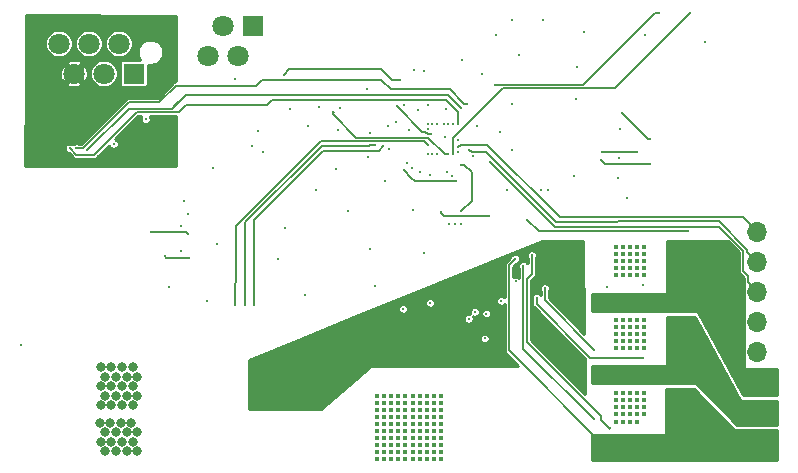
<source format=gbr>
G04 #@! TF.GenerationSoftware,KiCad,Pcbnew,5.1.5-52549c5~84~ubuntu18.04.1*
G04 #@! TF.CreationDate,2020-04-16T13:53:27+02:00*
G04 #@! TF.ProjectId,board,626f6172-642e-46b6-9963-61645f706362,rev?*
G04 #@! TF.SameCoordinates,Original*
G04 #@! TF.FileFunction,Copper,L3,Inr*
G04 #@! TF.FilePolarity,Positive*
%FSLAX46Y46*%
G04 Gerber Fmt 4.6, Leading zero omitted, Abs format (unit mm)*
G04 Created by KiCad (PCBNEW 5.1.5-52549c5~84~ubuntu18.04.1) date 2020-04-16 13:53:27*
%MOMM*%
%LPD*%
G04 APERTURE LIST*
%ADD10O,1.700000X1.700000*%
%ADD11R,1.700000X1.700000*%
%ADD12C,1.800000*%
%ADD13R,1.800000X1.800000*%
%ADD14C,0.400000*%
%ADD15C,0.290000*%
%ADD16C,0.254000*%
%ADD17C,0.800000*%
%ADD18C,0.152400*%
%ADD19C,0.254000*%
G04 APERTURE END LIST*
D10*
X156000000Y-119329200D03*
X156000000Y-121869200D03*
X156000000Y-124409200D03*
X156000000Y-126949200D03*
X156000000Y-129489200D03*
X156000000Y-132029200D03*
X156000000Y-134569200D03*
D11*
X156000000Y-137109200D03*
D12*
X96860000Y-103390000D03*
X98130000Y-105930000D03*
D13*
X103210000Y-105930000D03*
D12*
X101940000Y-103390000D03*
X100670000Y-105930000D03*
X99400000Y-103390000D03*
D13*
X113325000Y-101930000D03*
D12*
X112055000Y-104470000D03*
X110785000Y-101930000D03*
X109515000Y-104470000D03*
D14*
X129100000Y-127200000D03*
X128500000Y-127800000D03*
X124910000Y-127210000D03*
X126700000Y-127800000D03*
X129100000Y-129000000D03*
X129100000Y-127800000D03*
X128500000Y-127200000D03*
X124900000Y-129000000D03*
X126700000Y-128400000D03*
X126100000Y-127200000D03*
X126100000Y-129000000D03*
X124300000Y-127800000D03*
X126100000Y-128400000D03*
X126700000Y-127200000D03*
X123700000Y-127800000D03*
X126100000Y-127800000D03*
X127900000Y-127200000D03*
X124900000Y-127800000D03*
X127310000Y-127210000D03*
X124300000Y-128400000D03*
X127900000Y-129000000D03*
X127300000Y-127800000D03*
X123700000Y-128400000D03*
X125500000Y-129000000D03*
X125500000Y-127200000D03*
X123700000Y-127200000D03*
X124300000Y-129000000D03*
X127900000Y-127800000D03*
X127300000Y-129000000D03*
X125500000Y-128400000D03*
X128500000Y-128400000D03*
X128500000Y-129000000D03*
X123700000Y-129000000D03*
X124900000Y-128400000D03*
X129100000Y-128400000D03*
X127300000Y-128400000D03*
X127900000Y-128400000D03*
X125500000Y-127800000D03*
X126700000Y-129000000D03*
X124300000Y-127200000D03*
D15*
X141300000Y-102400000D03*
D16*
X141000000Y-120600000D03*
D15*
X117700000Y-124650000D03*
X123600000Y-123900000D03*
X127748000Y-121100000D03*
X129890000Y-118690000D03*
X133750000Y-106885000D03*
X111740000Y-106360000D03*
X115880000Y-106040000D03*
X125700000Y-106510000D03*
X136500000Y-118300000D03*
X133300000Y-118000000D03*
X104200000Y-109800000D03*
X134760000Y-115790000D03*
X130241169Y-110188832D03*
X126057511Y-114137511D03*
X130450000Y-115060000D03*
X128090000Y-108620000D03*
X129200000Y-117696400D03*
D16*
X150110013Y-119267519D03*
D15*
X129655000Y-108965000D03*
X128078831Y-110188831D03*
X147700000Y-100800000D03*
X126000000Y-125850000D03*
X130380000Y-118690000D03*
D16*
X143300000Y-124000000D03*
D15*
X131550000Y-126710000D03*
D16*
X146300000Y-123800000D03*
D15*
X133060000Y-126250000D03*
X137300000Y-124900000D03*
D16*
X146300000Y-130000000D03*
X142200000Y-129300000D03*
D15*
X138000000Y-124100000D03*
X136180000Y-122220000D03*
D16*
X142130025Y-135169975D03*
D15*
X136900000Y-121300000D03*
D16*
X143494805Y-135966469D03*
D14*
X126800000Y-136800000D03*
X128000000Y-136800000D03*
X124400000Y-137400000D03*
X128000000Y-136200000D03*
X126200000Y-136200000D03*
X125000000Y-136200000D03*
X124400000Y-136800000D03*
X128000000Y-137400000D03*
X128600000Y-137400000D03*
X126200000Y-136800000D03*
X125010000Y-135610000D03*
X128600000Y-136800000D03*
X124400000Y-136200000D03*
X127400000Y-136800000D03*
X125600000Y-135600000D03*
X126800000Y-137400000D03*
X125000000Y-136800000D03*
X129200000Y-135600000D03*
X126800000Y-135600000D03*
X126200000Y-137400000D03*
X123800000Y-137400000D03*
X128000000Y-135600000D03*
X128600000Y-135600000D03*
X123800000Y-135600000D03*
X128600000Y-136200000D03*
X126200000Y-135600000D03*
X127410000Y-135610000D03*
X127400000Y-136200000D03*
X129200000Y-136800000D03*
X123800000Y-136800000D03*
X125600000Y-137400000D03*
X125600000Y-136200000D03*
X123800000Y-136200000D03*
X125000000Y-137400000D03*
X127400000Y-137400000D03*
X125600000Y-136800000D03*
X124400000Y-135600000D03*
X126800000Y-136200000D03*
X129200000Y-137400000D03*
X129200000Y-136200000D03*
X129200000Y-138600000D03*
X128600000Y-138000000D03*
X123800000Y-138600000D03*
X124400000Y-138000000D03*
X126800000Y-138000000D03*
X125600000Y-138000000D03*
X128000000Y-138600000D03*
X123800000Y-138000000D03*
X126200000Y-138600000D03*
X126800000Y-138600000D03*
X128600000Y-138600000D03*
X125600000Y-138600000D03*
X125000000Y-138600000D03*
X126200000Y-138000000D03*
X128000000Y-138000000D03*
X125000000Y-138000000D03*
X127400000Y-138600000D03*
X129200000Y-138000000D03*
X127400000Y-138000000D03*
X124400000Y-138600000D03*
X126800000Y-134400000D03*
X128000000Y-134400000D03*
X124400000Y-135000000D03*
X128000000Y-133800000D03*
X126200000Y-133800000D03*
X125000000Y-133800000D03*
X124400000Y-134400000D03*
X128000000Y-135000000D03*
X128600000Y-135000000D03*
X126200000Y-134400000D03*
X125010000Y-133210000D03*
X128600000Y-134400000D03*
X124400000Y-133800000D03*
X127400000Y-134400000D03*
X125600000Y-133200000D03*
X126800000Y-135000000D03*
X125000000Y-134400000D03*
X129200000Y-133200000D03*
X126800000Y-133200000D03*
X126200000Y-135000000D03*
X123800000Y-135000000D03*
X128000000Y-133200000D03*
X128600000Y-133200000D03*
X123800000Y-133200000D03*
X128600000Y-133800000D03*
X126200000Y-133200000D03*
X127410000Y-133210000D03*
X127400000Y-133800000D03*
X129200000Y-134400000D03*
X123800000Y-134400000D03*
X125600000Y-135000000D03*
X125600000Y-133800000D03*
X123800000Y-133800000D03*
X125000000Y-135000000D03*
X127400000Y-135000000D03*
X125600000Y-134400000D03*
X124400000Y-133200000D03*
X126800000Y-133800000D03*
X129200000Y-135000000D03*
X129200000Y-133800000D03*
X146400000Y-127400000D03*
X144600000Y-127400000D03*
X144600000Y-128600000D03*
X144600000Y-128000000D03*
X146400000Y-129200000D03*
X145800000Y-129200000D03*
X145200000Y-126800000D03*
X145800000Y-126800000D03*
X145800000Y-128000000D03*
X145200000Y-129200000D03*
X145200000Y-127400000D03*
X144600000Y-126800000D03*
X145800000Y-127400000D03*
X145800000Y-128600000D03*
X145200000Y-128600000D03*
X145200000Y-128000000D03*
X146400000Y-126800000D03*
X146400000Y-128000000D03*
X144600000Y-129200000D03*
X146400000Y-128600000D03*
X146400000Y-133600000D03*
X144600000Y-133600000D03*
X144600000Y-134800000D03*
X144600000Y-134200000D03*
X145800000Y-135400000D03*
X145200000Y-133000000D03*
X145800000Y-133000000D03*
X145800000Y-134200000D03*
X145200000Y-135400000D03*
X145200000Y-133600000D03*
X144600000Y-133000000D03*
X145800000Y-133600000D03*
X145800000Y-134800000D03*
X145200000Y-134800000D03*
X145200000Y-134200000D03*
X146400000Y-133000000D03*
X146400000Y-134200000D03*
X144600000Y-135400000D03*
X146400000Y-134800000D03*
X144000000Y-128000000D03*
X144000000Y-129200000D03*
X144000000Y-126800000D03*
X144000000Y-128600000D03*
X144000000Y-127400000D03*
X144000000Y-121200000D03*
X144000000Y-122400000D03*
X144000000Y-121800000D03*
X144000000Y-120600000D03*
X144000000Y-123000000D03*
X144000000Y-134800000D03*
X144000000Y-133600000D03*
X144000000Y-135400000D03*
X144000000Y-133000000D03*
X144000000Y-134200000D03*
X146400000Y-121200000D03*
X146400000Y-121800000D03*
X146400000Y-122400000D03*
X146400000Y-123000000D03*
X145800000Y-123000000D03*
X145800000Y-122400000D03*
X145800000Y-121800000D03*
X145800000Y-121200000D03*
X145800000Y-120600000D03*
X145200000Y-120600000D03*
X145200000Y-121200000D03*
X145200000Y-121800000D03*
X145200000Y-122400000D03*
X145200000Y-123000000D03*
X144600000Y-123000000D03*
X144600000Y-120600000D03*
X144600000Y-121800000D03*
X144600000Y-121200000D03*
X144600000Y-122400000D03*
D17*
X100300000Y-135500000D03*
X101200000Y-135500000D03*
X102100000Y-135500000D03*
X103000000Y-135500000D03*
X100800000Y-136300000D03*
X101700000Y-136300000D03*
X102600000Y-136300000D03*
X103500000Y-136300000D03*
X100400000Y-137100000D03*
X101300000Y-137100000D03*
X102200000Y-137100000D03*
X103100000Y-137100000D03*
X100800000Y-137900000D03*
X101700000Y-137900000D03*
X102600000Y-137900000D03*
X103500000Y-137900000D03*
D14*
X146400000Y-120600000D03*
D15*
X133860000Y-102690000D03*
X135200000Y-108500000D03*
X134200000Y-110900000D03*
X135200000Y-112400000D03*
X140700000Y-105400000D03*
X134300000Y-125167399D03*
X132900000Y-128360000D03*
X128290000Y-125350000D03*
X145000000Y-116500000D03*
X126800000Y-117500000D03*
X137812500Y-101400000D03*
X135200000Y-101400000D03*
X107800000Y-117850000D03*
X113700000Y-110800000D03*
X124510000Y-115040000D03*
X121370000Y-117590000D03*
X140680000Y-108090000D03*
X132720000Y-105960000D03*
X129550000Y-111270000D03*
X124740000Y-110340000D03*
D16*
X93610000Y-128920000D03*
D15*
X120320000Y-113980000D03*
X116000000Y-119050000D03*
X126050000Y-108610000D03*
X126480000Y-110710000D03*
X131610000Y-112370000D03*
X130641169Y-112188831D03*
X133330000Y-113390000D03*
X107200000Y-118800000D03*
X107200000Y-120975000D03*
X144200000Y-114800000D03*
X140500000Y-114600000D03*
X135800000Y-104400000D03*
X151600000Y-103300000D03*
X122960000Y-107250000D03*
X106180000Y-124020000D03*
X146500000Y-102700000D03*
X107460000Y-116760000D03*
X144316448Y-113113552D03*
X144400000Y-110600000D03*
D14*
X149100000Y-124700000D03*
X149700000Y-125900000D03*
X149700000Y-124700000D03*
X149100000Y-125900000D03*
X149100000Y-125300000D03*
X149700000Y-125300000D03*
X150300000Y-125300000D03*
X150300000Y-125900000D03*
X150300000Y-124700000D03*
X151000000Y-124700000D03*
X151600000Y-125900000D03*
X151600000Y-124700000D03*
X151000000Y-125900000D03*
X151000000Y-125300000D03*
X151600000Y-125300000D03*
X152200000Y-125300000D03*
X152200000Y-125900000D03*
X152200000Y-124700000D03*
X151600000Y-122900000D03*
X152200000Y-124100000D03*
X152200000Y-122900000D03*
X151600000Y-124100000D03*
X151600000Y-123500000D03*
X152200000Y-123500000D03*
X152800000Y-123500000D03*
X152800000Y-124100000D03*
X152800000Y-122900000D03*
X152200000Y-126500000D03*
X152800000Y-127700000D03*
X152800000Y-126500000D03*
X152200000Y-127700000D03*
X152200000Y-127100000D03*
X152800000Y-127100000D03*
X153400000Y-127100000D03*
X153400000Y-127700000D03*
X153400000Y-126500000D03*
X152800000Y-124700000D03*
X153400000Y-125900000D03*
X153400000Y-124700000D03*
X152800000Y-125900000D03*
X152800000Y-125300000D03*
X153400000Y-125300000D03*
X154000000Y-125300000D03*
X154000000Y-125900000D03*
X154000000Y-124700000D03*
X151600000Y-121100000D03*
X152200000Y-121700000D03*
X152200000Y-122300000D03*
X152200000Y-121100000D03*
X151600000Y-122300000D03*
X152800000Y-122300000D03*
X152800000Y-121100000D03*
X151600000Y-121700000D03*
X152800000Y-121700000D03*
X153400000Y-122900000D03*
X154000000Y-124100000D03*
X153400000Y-124100000D03*
X153400000Y-123500000D03*
X153400000Y-121100000D03*
X153400000Y-122300000D03*
X153400000Y-121700000D03*
X154000000Y-126500000D03*
X154000000Y-127700000D03*
X154000000Y-127100000D03*
X151600000Y-126500000D03*
X152800000Y-128300000D03*
X153400000Y-128300000D03*
X154000000Y-128300000D03*
X152800000Y-128900000D03*
X153400000Y-128900000D03*
X154000000Y-128900000D03*
X154000000Y-129500000D03*
X153400000Y-129500000D03*
X154000000Y-130100000D03*
X153400000Y-130100000D03*
X154000000Y-130700000D03*
X154000000Y-131300000D03*
X144310000Y-124710000D03*
X144900000Y-125900000D03*
X144900000Y-125300000D03*
X145500000Y-124700000D03*
X144300000Y-125900000D03*
X144300000Y-125300000D03*
X145500000Y-125900000D03*
X146100000Y-124700000D03*
X144900000Y-124700000D03*
X146100000Y-125900000D03*
X145500000Y-125300000D03*
X146100000Y-125300000D03*
X146710000Y-124710000D03*
X147300000Y-125900000D03*
X147300000Y-125300000D03*
X147900000Y-124700000D03*
X146700000Y-125900000D03*
X146700000Y-125300000D03*
X147900000Y-125900000D03*
X148500000Y-124700000D03*
X147300000Y-124700000D03*
X148500000Y-125900000D03*
X147900000Y-125300000D03*
X148500000Y-125300000D03*
D15*
X132070000Y-126100000D03*
D16*
X143110000Y-126060000D03*
D14*
X149600000Y-132000000D03*
X150200000Y-130800000D03*
X149600000Y-130800000D03*
X150200000Y-132000000D03*
X149600000Y-131400000D03*
X150200000Y-131400000D03*
X152600000Y-132000000D03*
X152600000Y-131400000D03*
X152000000Y-132000000D03*
X152000000Y-131400000D03*
X152600000Y-130800000D03*
X152000000Y-130800000D03*
X150800000Y-132000000D03*
X151400000Y-130800000D03*
X150800000Y-130800000D03*
X151400000Y-132000000D03*
X150800000Y-131400000D03*
X151400000Y-131400000D03*
X152000000Y-130200000D03*
X152000000Y-129600000D03*
X151400000Y-129000000D03*
X151400000Y-129600000D03*
X151400000Y-130200000D03*
X152600000Y-133200000D03*
X153200000Y-133200000D03*
X152600000Y-132600000D03*
X153200000Y-132600000D03*
X153200000Y-132000000D03*
X152000000Y-132600000D03*
X153800000Y-134400000D03*
X153200000Y-134400000D03*
X153800000Y-133800000D03*
X153200000Y-133800000D03*
X153800000Y-133200000D03*
X143600000Y-132000000D03*
X143600000Y-131400000D03*
X148400000Y-130800000D03*
X148400000Y-132000000D03*
X149000000Y-130800000D03*
X143600000Y-130800000D03*
X149000000Y-132000000D03*
X148400000Y-131400000D03*
X149000000Y-131400000D03*
X143100000Y-131400000D03*
X143100000Y-132000000D03*
D15*
X135548036Y-123532076D03*
D14*
X143110000Y-130810000D03*
X149100000Y-137900000D03*
X150300000Y-137900000D03*
X149100000Y-138500000D03*
X148500000Y-137300000D03*
X149700000Y-138500000D03*
X149700000Y-137300000D03*
X150900000Y-137300000D03*
X151500000Y-138500000D03*
X149100000Y-136700000D03*
X149710000Y-136710000D03*
X151500000Y-137300000D03*
X148500000Y-138500000D03*
X149700000Y-137900000D03*
X148500000Y-137900000D03*
X150300000Y-138500000D03*
X151500000Y-137900000D03*
X150900000Y-136700000D03*
X150900000Y-137900000D03*
X151500000Y-136700000D03*
X150900000Y-138500000D03*
X149100000Y-137300000D03*
X150300000Y-136700000D03*
X148500000Y-136700000D03*
X150300000Y-137300000D03*
X152110000Y-136710000D03*
X153900000Y-137300000D03*
X152100000Y-138500000D03*
X153900000Y-137900000D03*
X153300000Y-136700000D03*
X153300000Y-138500000D03*
X153300000Y-137900000D03*
X153900000Y-136700000D03*
X153300000Y-137300000D03*
X152100000Y-137300000D03*
X152700000Y-138500000D03*
X152700000Y-136700000D03*
X152700000Y-137900000D03*
X152100000Y-137900000D03*
X152700000Y-137300000D03*
X153900000Y-138500000D03*
X153300000Y-136100000D03*
X151500000Y-136100000D03*
X151500000Y-135500000D03*
X152700000Y-135500000D03*
X152110000Y-135510000D03*
X152100000Y-136100000D03*
X152700000Y-136100000D03*
X151500000Y-134900000D03*
X152110000Y-134910000D03*
X151500000Y-134300000D03*
X143610000Y-136710000D03*
X144200000Y-137900000D03*
X144200000Y-137300000D03*
X144800000Y-136700000D03*
X143600000Y-137900000D03*
X143600000Y-137300000D03*
X144800000Y-137900000D03*
X145400000Y-136700000D03*
X144200000Y-136700000D03*
X145400000Y-137900000D03*
X144800000Y-137300000D03*
X145400000Y-137300000D03*
X143600000Y-138500000D03*
X145400000Y-138500000D03*
X144800000Y-138500000D03*
X144200000Y-138500000D03*
X146000000Y-137900000D03*
X147800000Y-137900000D03*
X147800000Y-138500000D03*
X147200000Y-137300000D03*
X147800000Y-136700000D03*
X146600000Y-136700000D03*
X146010000Y-136710000D03*
X147200000Y-138500000D03*
X146000000Y-137300000D03*
X147200000Y-137900000D03*
X146000000Y-138500000D03*
X146600000Y-138500000D03*
X146600000Y-137300000D03*
X147800000Y-137300000D03*
X147200000Y-136700000D03*
X146600000Y-137900000D03*
D15*
X135500000Y-121608700D03*
D14*
X143040000Y-138210000D03*
D15*
X102950000Y-107640000D03*
X102270000Y-107670000D03*
X103690000Y-107560000D03*
X104390000Y-107420000D03*
X104940000Y-106980000D03*
X105300000Y-106350000D03*
X105500000Y-105660000D03*
X145785000Y-112600000D03*
X142817600Y-112590000D03*
X142762409Y-113295191D03*
X146915000Y-113600000D03*
X105820000Y-121420000D03*
X107910000Y-121529400D03*
X146915000Y-111500000D03*
X144500000Y-109300000D03*
X109370000Y-125170000D03*
X130641168Y-111551169D03*
X115450000Y-121670000D03*
X138270000Y-115830000D03*
X110245000Y-120325000D03*
X137660000Y-115820000D03*
X123200000Y-120750000D03*
X130910000Y-118670000D03*
X101500000Y-111900000D03*
X109900000Y-113900000D03*
X114110000Y-112540000D03*
X126300000Y-113500000D03*
X113250000Y-112100000D03*
X124840000Y-112340000D03*
D17*
X100800000Y-133200000D03*
X101700000Y-133200000D03*
X102600000Y-133200000D03*
X103500000Y-133200000D03*
X100400000Y-130800000D03*
X101300000Y-130800000D03*
X102200000Y-130800000D03*
X103100000Y-130800000D03*
X100800000Y-131600000D03*
X101700000Y-131600000D03*
X102600000Y-131600000D03*
X103500000Y-131600000D03*
X100400000Y-132400000D03*
X101300000Y-132400000D03*
X102200000Y-132400000D03*
X103100000Y-132400000D03*
X100400000Y-134000000D03*
X101300000Y-134000000D03*
X102200000Y-134000000D03*
X103100000Y-134000000D03*
D15*
X131450000Y-108470000D03*
X98330000Y-112240000D03*
X104690000Y-119340000D03*
X107830000Y-119540000D03*
X128078831Y-112751168D03*
X126743959Y-113953959D03*
X128478831Y-112751168D03*
X127458552Y-114268552D03*
X128878831Y-112751168D03*
X128260000Y-114540000D03*
X126900000Y-105600000D03*
X131000000Y-104800000D03*
X125400000Y-110000000D03*
X132300000Y-110400000D03*
X118880000Y-108800000D03*
X130170000Y-114630000D03*
X120070000Y-109170000D03*
X129841168Y-112751169D03*
X120670000Y-108810000D03*
X129760000Y-114310000D03*
X118650000Y-115810000D03*
X129841168Y-110188831D03*
X127300000Y-109000000D03*
X116400000Y-108930000D03*
X128878831Y-110188831D03*
X127810000Y-105680000D03*
X97770000Y-112270000D03*
X130641169Y-110188832D03*
X130940000Y-108880000D03*
X99220000Y-112444400D03*
X113400000Y-125500000D03*
X124330000Y-112080000D03*
X112600000Y-125500000D03*
X123600000Y-112024400D03*
X111800000Y-125500000D03*
X128078831Y-111951169D03*
X120530000Y-110710000D03*
X117950000Y-110400000D03*
X128078831Y-110588831D03*
X129441169Y-110188831D03*
X123230000Y-110940000D03*
X123000000Y-113001600D03*
X128478831Y-110188832D03*
X128361807Y-111070000D03*
X125470000Y-108644400D03*
X130641169Y-112588832D03*
X131900000Y-112925599D03*
X150300000Y-100800000D03*
X130241168Y-112751169D03*
X130910000Y-113650000D03*
X130900000Y-117600000D03*
D18*
X129500000Y-118000000D02*
X133300000Y-118000000D01*
X129200000Y-117700000D02*
X129500000Y-118000000D01*
X133750000Y-106885000D02*
X141215000Y-106885000D01*
X141215000Y-106885000D02*
X147300000Y-100800000D01*
X136500000Y-118300000D02*
X137500000Y-119300000D01*
X147300000Y-100800000D02*
X147700000Y-100800000D01*
X125700000Y-106510000D02*
X125040000Y-106510000D01*
X125040000Y-106510000D02*
X124110000Y-105580000D01*
X116340000Y-105580000D02*
X115880000Y-106040000D01*
X124110000Y-105580000D02*
X116340000Y-105580000D01*
X126980000Y-115060000D02*
X130450000Y-115060000D01*
X126057511Y-114137511D02*
X126700000Y-114780000D01*
X126700000Y-114780000D02*
X126980000Y-115060000D01*
X150120000Y-119277506D02*
X150110013Y-119267519D01*
X150120000Y-119300000D02*
X150120000Y-119277506D01*
X137500000Y-119300000D02*
X150120000Y-119300000D01*
X137300000Y-124900000D02*
X137300000Y-125465685D01*
X141834315Y-130000000D02*
X141600000Y-129765685D01*
X137300000Y-125465685D02*
X141600000Y-129765685D01*
X146300000Y-130000000D02*
X141834315Y-130000000D01*
X141600000Y-129765685D02*
X141775616Y-129941301D01*
X138000000Y-125100000D02*
X142200000Y-129300000D01*
X138000000Y-124100000D02*
X138000000Y-125100000D01*
X136180000Y-128780000D02*
X136180000Y-122220000D01*
X136180000Y-128780000D02*
X136180000Y-129219950D01*
X136180000Y-129219950D02*
X142130025Y-135169975D01*
X136900000Y-121300000D02*
X136900000Y-122900000D01*
X136900000Y-122900000D02*
X136510210Y-123289790D01*
X136510210Y-123289790D02*
X136510210Y-128643224D01*
X136510210Y-128643224D02*
X142166986Y-134300000D01*
X143500000Y-136000000D02*
X142771326Y-135271326D01*
X142771326Y-135271326D02*
X142771326Y-134900000D01*
X142166986Y-134300000D02*
X142771326Y-134900000D01*
X131610000Y-112370000D02*
X131809999Y-112569999D01*
X155390800Y-121260000D02*
X156000000Y-121869200D01*
X131809999Y-112569999D02*
X132799999Y-112569999D01*
X133036289Y-112569999D02*
X138936290Y-118470000D01*
X132799999Y-112569999D02*
X133036289Y-112569999D01*
X155150001Y-120897869D02*
X152712132Y-118460000D01*
X152712132Y-118460000D02*
X149400000Y-118460000D01*
X155150001Y-121019201D02*
X155150001Y-120897869D01*
X156000000Y-121869200D02*
X155150001Y-121019201D01*
X138936290Y-118470000D02*
X149400000Y-118460000D01*
X139270000Y-118100000D02*
X154770800Y-118100000D01*
X133111399Y-111941399D02*
X139270000Y-118100000D01*
X155250800Y-118580000D02*
X156000000Y-119329200D01*
X154770800Y-118100000D02*
X155250800Y-118580000D01*
X130888601Y-111941399D02*
X133111399Y-111941399D01*
X130641169Y-112188831D02*
X130888601Y-111941399D01*
X133330000Y-113390000D02*
X138810000Y-118870000D01*
X138810000Y-118870000D02*
X138820000Y-118870000D01*
X138870000Y-118920000D02*
X139410000Y-118920000D01*
X138820000Y-118870000D02*
X138870000Y-118920000D01*
X155165400Y-123574600D02*
X155165400Y-123105400D01*
X155165400Y-123105400D02*
X154750000Y-122690000D01*
X155165400Y-123574600D02*
X156000000Y-124409200D01*
X152731066Y-118910000D02*
X152650000Y-118910000D01*
X154750000Y-120928934D02*
X152731066Y-118910000D01*
X154750000Y-122690000D02*
X154750000Y-120928934D01*
X139410000Y-118920000D02*
X152650000Y-118910000D01*
X143040000Y-137440000D02*
X143040000Y-138210000D01*
X134980000Y-129380000D02*
X143040000Y-137440000D01*
X135246435Y-121863565D02*
X134980000Y-122130000D01*
X135246435Y-121862265D02*
X135246435Y-121863565D01*
X134980000Y-122130000D02*
X134980000Y-129380000D01*
X135500000Y-121608700D02*
X135246435Y-121862265D01*
X142827600Y-112600000D02*
X142817600Y-112590000D01*
X145785000Y-112600000D02*
X142827600Y-112600000D01*
X143067218Y-113600000D02*
X142762409Y-113295191D01*
X146915000Y-113600000D02*
X143067218Y-113600000D01*
X105929400Y-121529400D02*
X105820000Y-121420000D01*
X107910000Y-121529400D02*
X105929400Y-121529400D01*
X146915000Y-111500000D02*
X146700000Y-111500000D01*
X146700000Y-111500000D02*
X144500000Y-109300000D01*
X131167158Y-108470000D02*
X131450000Y-108470000D01*
X129967158Y-107270000D02*
X131167158Y-108470000D01*
X124940000Y-107270000D02*
X129967158Y-107270000D01*
X124138601Y-106468601D02*
X124940000Y-107270000D01*
X113540000Y-106950000D02*
X114021399Y-106468601D01*
X98360000Y-112270000D02*
X98860000Y-112270000D01*
X98330000Y-112240000D02*
X98360000Y-112270000D01*
X114021399Y-106468601D02*
X124138601Y-106468601D01*
X102770000Y-108360000D02*
X105360000Y-108360000D01*
X106771601Y-106948399D02*
X113540000Y-106948399D01*
X113540000Y-106948399D02*
X113540000Y-106950000D01*
X98860000Y-112270000D02*
X102770000Y-108360000D01*
X105360000Y-108360000D02*
X106771601Y-106948399D01*
X104690000Y-119340000D02*
X107630000Y-119340000D01*
X107630000Y-119340000D02*
X107830000Y-119540000D01*
X120070000Y-109170000D02*
X120138601Y-109238601D01*
X129636108Y-112751169D02*
X129841168Y-112751169D01*
X129527638Y-112751169D02*
X129636108Y-112751169D01*
X128136469Y-111360000D02*
X129527638Y-112751169D01*
X122054940Y-111360000D02*
X128136469Y-111360000D01*
X120070000Y-109375060D02*
X122054940Y-111360000D01*
X120070000Y-109170000D02*
X120070000Y-109375060D01*
X114472410Y-108610000D02*
X114892410Y-108190000D01*
X99840000Y-112800000D02*
X103440000Y-109200000D01*
X114892410Y-108190000D02*
X129600000Y-108190000D01*
X107050000Y-109200000D02*
X107640000Y-108610000D01*
X98300000Y-112800000D02*
X99840000Y-112800000D01*
X97770000Y-112270000D02*
X98300000Y-112800000D01*
X103440000Y-109200000D02*
X107050000Y-109200000D01*
X107640000Y-108610000D02*
X114472410Y-108610000D01*
X129600000Y-108190000D02*
X129615670Y-108190000D01*
X130641169Y-109215499D02*
X130641169Y-110188832D01*
X129615670Y-108190000D02*
X130641169Y-109215499D01*
X130940000Y-108880000D02*
X130740001Y-108680001D01*
X107580000Y-107720000D02*
X106560000Y-108740000D01*
X106404810Y-108895190D02*
X107580000Y-107720000D01*
X102769210Y-108895190D02*
X106404810Y-108895190D01*
X99220000Y-112444400D02*
X102769210Y-108895190D01*
X129780000Y-107720000D02*
X130940000Y-108880000D01*
X107580000Y-107720000D02*
X129780000Y-107720000D01*
X113400000Y-118320000D02*
X119260001Y-112459999D01*
X113400000Y-125500000D02*
X113400000Y-118320000D01*
X123950001Y-112459999D02*
X124330000Y-112080000D01*
X123529999Y-112459999D02*
X123950001Y-112459999D01*
X119260001Y-112459999D02*
X123529999Y-112459999D01*
X119100000Y-112040000D02*
X112600000Y-118540000D01*
X112600000Y-118540000D02*
X112600000Y-125500000D01*
X123135600Y-112024400D02*
X123600000Y-112024400D01*
X123120000Y-112040000D02*
X123135600Y-112024400D01*
X123120000Y-112040000D02*
X119100000Y-112040000D01*
X127787662Y-111660000D02*
X128078831Y-111951169D01*
X111830000Y-118870000D02*
X119040000Y-111660000D01*
X111830000Y-122270000D02*
X111830000Y-118870000D01*
X111800000Y-125500000D02*
X111800000Y-125217158D01*
X119040000Y-111660000D02*
X127787662Y-111660000D01*
X111800000Y-125217158D02*
X111830000Y-122270000D01*
X125470000Y-108704330D02*
X125470000Y-108644400D01*
X128182202Y-111070000D02*
X128361807Y-111070000D01*
X128071302Y-111070000D02*
X128182202Y-111070000D01*
X127642835Y-110877165D02*
X127878467Y-110877165D01*
X127878467Y-110877165D02*
X128071302Y-111070000D01*
X127642835Y-110877165D02*
X125470000Y-108704330D01*
X150100001Y-100999999D02*
X150300000Y-100800000D01*
X134476237Y-107189810D02*
X143910190Y-107189810D01*
X130241168Y-111424879D02*
X134476237Y-107189810D01*
X143910190Y-107189810D02*
X150100001Y-100999999D01*
X130241168Y-112751169D02*
X130241168Y-111424879D01*
X131800000Y-114257158D02*
X131192842Y-113650000D01*
X131192842Y-113650000D02*
X130910000Y-113650000D01*
X131800000Y-116700000D02*
X131800000Y-114257158D01*
X130900000Y-117600000D02*
X131800000Y-116700000D01*
D19*
G36*
X106773000Y-101026828D02*
G01*
X106773000Y-106591218D01*
X106771600Y-106591080D01*
X106754147Y-106592799D01*
X106754138Y-106592799D01*
X106701891Y-106597945D01*
X106634861Y-106618278D01*
X106573085Y-106651298D01*
X106573083Y-106651299D01*
X106573084Y-106651299D01*
X106532501Y-106684604D01*
X106532496Y-106684609D01*
X106518938Y-106695736D01*
X106507811Y-106709294D01*
X105212707Y-108004400D01*
X102787455Y-108004400D01*
X102769999Y-108002681D01*
X102752544Y-108004400D01*
X102752537Y-108004400D01*
X102707187Y-108008867D01*
X102700289Y-108009546D01*
X102671102Y-108018400D01*
X102633260Y-108029879D01*
X102571484Y-108062899D01*
X102517337Y-108107337D01*
X102506206Y-108120900D01*
X98712707Y-111914400D01*
X98604592Y-111914400D01*
X98600539Y-111910347D01*
X98531029Y-111863902D01*
X98453793Y-111831910D01*
X98371800Y-111815600D01*
X98288200Y-111815600D01*
X98206207Y-111831910D01*
X98128971Y-111863902D01*
X98059461Y-111910347D01*
X98033898Y-111935910D01*
X97971029Y-111893902D01*
X97893793Y-111861910D01*
X97811800Y-111845600D01*
X97728200Y-111845600D01*
X97646207Y-111861910D01*
X97568971Y-111893902D01*
X97499461Y-111940347D01*
X97440347Y-111999461D01*
X97393902Y-112068971D01*
X97361910Y-112146207D01*
X97345600Y-112228200D01*
X97345600Y-112311800D01*
X97361910Y-112393793D01*
X97393902Y-112471029D01*
X97440347Y-112540539D01*
X97499461Y-112599653D01*
X97568971Y-112646098D01*
X97646207Y-112678090D01*
X97682395Y-112685288D01*
X98036210Y-113039105D01*
X98047337Y-113052663D01*
X98060895Y-113063790D01*
X98060900Y-113063795D01*
X98095078Y-113091844D01*
X98101484Y-113097101D01*
X98163260Y-113130121D01*
X98201102Y-113141600D01*
X98230289Y-113150454D01*
X98237187Y-113151133D01*
X98282537Y-113155600D01*
X98282544Y-113155600D01*
X98299999Y-113157319D01*
X98317454Y-113155600D01*
X99822545Y-113155600D01*
X99840000Y-113157319D01*
X99857455Y-113155600D01*
X99857463Y-113155600D01*
X99909710Y-113150454D01*
X99976740Y-113130121D01*
X100038516Y-113097101D01*
X100092663Y-113052663D01*
X100103799Y-113039094D01*
X101099874Y-112043019D01*
X101123902Y-112101029D01*
X101170347Y-112170539D01*
X101229461Y-112229653D01*
X101298971Y-112276098D01*
X101376207Y-112308090D01*
X101458200Y-112324400D01*
X101541800Y-112324400D01*
X101623793Y-112308090D01*
X101701029Y-112276098D01*
X101770539Y-112229653D01*
X101829653Y-112170539D01*
X101876098Y-112101029D01*
X101908090Y-112023793D01*
X101924400Y-111941800D01*
X101924400Y-111858200D01*
X101908090Y-111776207D01*
X101876098Y-111698971D01*
X101829653Y-111629461D01*
X101770539Y-111570347D01*
X101701029Y-111523902D01*
X101643020Y-111499874D01*
X103587294Y-109555600D01*
X103852882Y-109555600D01*
X103823902Y-109598971D01*
X103791910Y-109676207D01*
X103775600Y-109758200D01*
X103775600Y-109841800D01*
X103791910Y-109923793D01*
X103823902Y-110001029D01*
X103870347Y-110070539D01*
X103929461Y-110129653D01*
X103998971Y-110176098D01*
X104076207Y-110208090D01*
X104158200Y-110224400D01*
X104241800Y-110224400D01*
X104323793Y-110208090D01*
X104401029Y-110176098D01*
X104470539Y-110129653D01*
X104529653Y-110070539D01*
X104576098Y-110001029D01*
X104608090Y-109923793D01*
X104624400Y-109841800D01*
X104624400Y-109758200D01*
X104608090Y-109676207D01*
X104576098Y-109598971D01*
X104547118Y-109555600D01*
X106773000Y-109555600D01*
X106773000Y-113773000D01*
X94027334Y-113773000D01*
X94045603Y-106803278D01*
X97436327Y-106803278D01*
X97540168Y-106957899D01*
X97752034Y-107053218D01*
X97978426Y-107105373D01*
X98210643Y-107112359D01*
X98439760Y-107073907D01*
X98656973Y-106991497D01*
X98719832Y-106957899D01*
X98823673Y-106803278D01*
X98130000Y-106109605D01*
X97436327Y-106803278D01*
X94045603Y-106803278D01*
X94047681Y-106010643D01*
X96947641Y-106010643D01*
X96986093Y-106239760D01*
X97068503Y-106456973D01*
X97102101Y-106519832D01*
X97256722Y-106623673D01*
X97950395Y-105930000D01*
X98309605Y-105930000D01*
X99003278Y-106623673D01*
X99157899Y-106519832D01*
X99253218Y-106307966D01*
X99305373Y-106081574D01*
X99312359Y-105849357D01*
X99306399Y-105813839D01*
X99490600Y-105813839D01*
X99490600Y-106046161D01*
X99535923Y-106274018D01*
X99624829Y-106488656D01*
X99753900Y-106681824D01*
X99918176Y-106846100D01*
X100111344Y-106975171D01*
X100325982Y-107064077D01*
X100553839Y-107109400D01*
X100786161Y-107109400D01*
X101014018Y-107064077D01*
X101228656Y-106975171D01*
X101421824Y-106846100D01*
X101586100Y-106681824D01*
X101715171Y-106488656D01*
X101804077Y-106274018D01*
X101849400Y-106046161D01*
X101849400Y-105813839D01*
X101804077Y-105585982D01*
X101715171Y-105371344D01*
X101586100Y-105178176D01*
X101437924Y-105030000D01*
X102029249Y-105030000D01*
X102029249Y-106830000D01*
X102034644Y-106884772D01*
X102050620Y-106937439D01*
X102076564Y-106985977D01*
X102111479Y-107028521D01*
X102154023Y-107063436D01*
X102202561Y-107089380D01*
X102255228Y-107105356D01*
X102310000Y-107110751D01*
X104110000Y-107110751D01*
X104164772Y-107105356D01*
X104217439Y-107089380D01*
X104265977Y-107063436D01*
X104308521Y-107028521D01*
X104343436Y-106985977D01*
X104369380Y-106937439D01*
X104385356Y-106884772D01*
X104390751Y-106830000D01*
X104390751Y-105184539D01*
X104503920Y-105207050D01*
X104716080Y-105207050D01*
X104924164Y-105165659D01*
X105120174Y-105084469D01*
X105296579Y-104966599D01*
X105446599Y-104816579D01*
X105564469Y-104640174D01*
X105645659Y-104444164D01*
X105687050Y-104236080D01*
X105687050Y-104023920D01*
X105645659Y-103815836D01*
X105564469Y-103619826D01*
X105446599Y-103443421D01*
X105296579Y-103293401D01*
X105120174Y-103175531D01*
X104924164Y-103094341D01*
X104716080Y-103052950D01*
X104503920Y-103052950D01*
X104295836Y-103094341D01*
X104099826Y-103175531D01*
X103923421Y-103293401D01*
X103773401Y-103443421D01*
X103655531Y-103619826D01*
X103574341Y-103815836D01*
X103532950Y-104023920D01*
X103532950Y-104236080D01*
X103574341Y-104444164D01*
X103655531Y-104640174D01*
X103728413Y-104749249D01*
X102310000Y-104749249D01*
X102255228Y-104754644D01*
X102202561Y-104770620D01*
X102154023Y-104796564D01*
X102111479Y-104831479D01*
X102076564Y-104874023D01*
X102050620Y-104922561D01*
X102034644Y-104975228D01*
X102029249Y-105030000D01*
X101437924Y-105030000D01*
X101421824Y-105013900D01*
X101228656Y-104884829D01*
X101014018Y-104795923D01*
X100786161Y-104750600D01*
X100553839Y-104750600D01*
X100325982Y-104795923D01*
X100111344Y-104884829D01*
X99918176Y-105013900D01*
X99753900Y-105178176D01*
X99624829Y-105371344D01*
X99535923Y-105585982D01*
X99490600Y-105813839D01*
X99306399Y-105813839D01*
X99273907Y-105620240D01*
X99191497Y-105403027D01*
X99157899Y-105340168D01*
X99003278Y-105236327D01*
X98309605Y-105930000D01*
X97950395Y-105930000D01*
X97256722Y-105236327D01*
X97102101Y-105340168D01*
X97006782Y-105552034D01*
X96954627Y-105778426D01*
X96947641Y-106010643D01*
X94047681Y-106010643D01*
X94050181Y-105056722D01*
X97436327Y-105056722D01*
X98130000Y-105750395D01*
X98823673Y-105056722D01*
X98719832Y-104902101D01*
X98507966Y-104806782D01*
X98281574Y-104754627D01*
X98049357Y-104747641D01*
X97820240Y-104786093D01*
X97603027Y-104868503D01*
X97540168Y-104902101D01*
X97436327Y-105056722D01*
X94050181Y-105056722D01*
X94054856Y-103273839D01*
X95680600Y-103273839D01*
X95680600Y-103506161D01*
X95725923Y-103734018D01*
X95814829Y-103948656D01*
X95943900Y-104141824D01*
X96108176Y-104306100D01*
X96301344Y-104435171D01*
X96515982Y-104524077D01*
X96743839Y-104569400D01*
X96976161Y-104569400D01*
X97204018Y-104524077D01*
X97418656Y-104435171D01*
X97611824Y-104306100D01*
X97776100Y-104141824D01*
X97905171Y-103948656D01*
X97994077Y-103734018D01*
X98039400Y-103506161D01*
X98039400Y-103273839D01*
X98220600Y-103273839D01*
X98220600Y-103506161D01*
X98265923Y-103734018D01*
X98354829Y-103948656D01*
X98483900Y-104141824D01*
X98648176Y-104306100D01*
X98841344Y-104435171D01*
X99055982Y-104524077D01*
X99283839Y-104569400D01*
X99516161Y-104569400D01*
X99744018Y-104524077D01*
X99958656Y-104435171D01*
X100151824Y-104306100D01*
X100316100Y-104141824D01*
X100445171Y-103948656D01*
X100534077Y-103734018D01*
X100579400Y-103506161D01*
X100579400Y-103273839D01*
X100760600Y-103273839D01*
X100760600Y-103506161D01*
X100805923Y-103734018D01*
X100894829Y-103948656D01*
X101023900Y-104141824D01*
X101188176Y-104306100D01*
X101381344Y-104435171D01*
X101595982Y-104524077D01*
X101823839Y-104569400D01*
X102056161Y-104569400D01*
X102284018Y-104524077D01*
X102498656Y-104435171D01*
X102691824Y-104306100D01*
X102856100Y-104141824D01*
X102985171Y-103948656D01*
X103074077Y-103734018D01*
X103119400Y-103506161D01*
X103119400Y-103273839D01*
X103074077Y-103045982D01*
X102985171Y-102831344D01*
X102856100Y-102638176D01*
X102691824Y-102473900D01*
X102498656Y-102344829D01*
X102284018Y-102255923D01*
X102056161Y-102210600D01*
X101823839Y-102210600D01*
X101595982Y-102255923D01*
X101381344Y-102344829D01*
X101188176Y-102473900D01*
X101023900Y-102638176D01*
X100894829Y-102831344D01*
X100805923Y-103045982D01*
X100760600Y-103273839D01*
X100579400Y-103273839D01*
X100534077Y-103045982D01*
X100445171Y-102831344D01*
X100316100Y-102638176D01*
X100151824Y-102473900D01*
X99958656Y-102344829D01*
X99744018Y-102255923D01*
X99516161Y-102210600D01*
X99283839Y-102210600D01*
X99055982Y-102255923D01*
X98841344Y-102344829D01*
X98648176Y-102473900D01*
X98483900Y-102638176D01*
X98354829Y-102831344D01*
X98265923Y-103045982D01*
X98220600Y-103273839D01*
X98039400Y-103273839D01*
X97994077Y-103045982D01*
X97905171Y-102831344D01*
X97776100Y-102638176D01*
X97611824Y-102473900D01*
X97418656Y-102344829D01*
X97204018Y-102255923D01*
X96976161Y-102210600D01*
X96743839Y-102210600D01*
X96515982Y-102255923D01*
X96301344Y-102344829D01*
X96108176Y-102473900D01*
X95943900Y-102638176D01*
X95814829Y-102831344D01*
X95725923Y-103045982D01*
X95680600Y-103273839D01*
X94054856Y-103273839D01*
X94060792Y-101009547D01*
X106773000Y-101026828D01*
G37*
X106773000Y-101026828D02*
X106773000Y-106591218D01*
X106771600Y-106591080D01*
X106754147Y-106592799D01*
X106754138Y-106592799D01*
X106701891Y-106597945D01*
X106634861Y-106618278D01*
X106573085Y-106651298D01*
X106573083Y-106651299D01*
X106573084Y-106651299D01*
X106532501Y-106684604D01*
X106532496Y-106684609D01*
X106518938Y-106695736D01*
X106507811Y-106709294D01*
X105212707Y-108004400D01*
X102787455Y-108004400D01*
X102769999Y-108002681D01*
X102752544Y-108004400D01*
X102752537Y-108004400D01*
X102707187Y-108008867D01*
X102700289Y-108009546D01*
X102671102Y-108018400D01*
X102633260Y-108029879D01*
X102571484Y-108062899D01*
X102517337Y-108107337D01*
X102506206Y-108120900D01*
X98712707Y-111914400D01*
X98604592Y-111914400D01*
X98600539Y-111910347D01*
X98531029Y-111863902D01*
X98453793Y-111831910D01*
X98371800Y-111815600D01*
X98288200Y-111815600D01*
X98206207Y-111831910D01*
X98128971Y-111863902D01*
X98059461Y-111910347D01*
X98033898Y-111935910D01*
X97971029Y-111893902D01*
X97893793Y-111861910D01*
X97811800Y-111845600D01*
X97728200Y-111845600D01*
X97646207Y-111861910D01*
X97568971Y-111893902D01*
X97499461Y-111940347D01*
X97440347Y-111999461D01*
X97393902Y-112068971D01*
X97361910Y-112146207D01*
X97345600Y-112228200D01*
X97345600Y-112311800D01*
X97361910Y-112393793D01*
X97393902Y-112471029D01*
X97440347Y-112540539D01*
X97499461Y-112599653D01*
X97568971Y-112646098D01*
X97646207Y-112678090D01*
X97682395Y-112685288D01*
X98036210Y-113039105D01*
X98047337Y-113052663D01*
X98060895Y-113063790D01*
X98060900Y-113063795D01*
X98095078Y-113091844D01*
X98101484Y-113097101D01*
X98163260Y-113130121D01*
X98201102Y-113141600D01*
X98230289Y-113150454D01*
X98237187Y-113151133D01*
X98282537Y-113155600D01*
X98282544Y-113155600D01*
X98299999Y-113157319D01*
X98317454Y-113155600D01*
X99822545Y-113155600D01*
X99840000Y-113157319D01*
X99857455Y-113155600D01*
X99857463Y-113155600D01*
X99909710Y-113150454D01*
X99976740Y-113130121D01*
X100038516Y-113097101D01*
X100092663Y-113052663D01*
X100103799Y-113039094D01*
X101099874Y-112043019D01*
X101123902Y-112101029D01*
X101170347Y-112170539D01*
X101229461Y-112229653D01*
X101298971Y-112276098D01*
X101376207Y-112308090D01*
X101458200Y-112324400D01*
X101541800Y-112324400D01*
X101623793Y-112308090D01*
X101701029Y-112276098D01*
X101770539Y-112229653D01*
X101829653Y-112170539D01*
X101876098Y-112101029D01*
X101908090Y-112023793D01*
X101924400Y-111941800D01*
X101924400Y-111858200D01*
X101908090Y-111776207D01*
X101876098Y-111698971D01*
X101829653Y-111629461D01*
X101770539Y-111570347D01*
X101701029Y-111523902D01*
X101643020Y-111499874D01*
X103587294Y-109555600D01*
X103852882Y-109555600D01*
X103823902Y-109598971D01*
X103791910Y-109676207D01*
X103775600Y-109758200D01*
X103775600Y-109841800D01*
X103791910Y-109923793D01*
X103823902Y-110001029D01*
X103870347Y-110070539D01*
X103929461Y-110129653D01*
X103998971Y-110176098D01*
X104076207Y-110208090D01*
X104158200Y-110224400D01*
X104241800Y-110224400D01*
X104323793Y-110208090D01*
X104401029Y-110176098D01*
X104470539Y-110129653D01*
X104529653Y-110070539D01*
X104576098Y-110001029D01*
X104608090Y-109923793D01*
X104624400Y-109841800D01*
X104624400Y-109758200D01*
X104608090Y-109676207D01*
X104576098Y-109598971D01*
X104547118Y-109555600D01*
X106773000Y-109555600D01*
X106773000Y-113773000D01*
X94027334Y-113773000D01*
X94045603Y-106803278D01*
X97436327Y-106803278D01*
X97540168Y-106957899D01*
X97752034Y-107053218D01*
X97978426Y-107105373D01*
X98210643Y-107112359D01*
X98439760Y-107073907D01*
X98656973Y-106991497D01*
X98719832Y-106957899D01*
X98823673Y-106803278D01*
X98130000Y-106109605D01*
X97436327Y-106803278D01*
X94045603Y-106803278D01*
X94047681Y-106010643D01*
X96947641Y-106010643D01*
X96986093Y-106239760D01*
X97068503Y-106456973D01*
X97102101Y-106519832D01*
X97256722Y-106623673D01*
X97950395Y-105930000D01*
X98309605Y-105930000D01*
X99003278Y-106623673D01*
X99157899Y-106519832D01*
X99253218Y-106307966D01*
X99305373Y-106081574D01*
X99312359Y-105849357D01*
X99306399Y-105813839D01*
X99490600Y-105813839D01*
X99490600Y-106046161D01*
X99535923Y-106274018D01*
X99624829Y-106488656D01*
X99753900Y-106681824D01*
X99918176Y-106846100D01*
X100111344Y-106975171D01*
X100325982Y-107064077D01*
X100553839Y-107109400D01*
X100786161Y-107109400D01*
X101014018Y-107064077D01*
X101228656Y-106975171D01*
X101421824Y-106846100D01*
X101586100Y-106681824D01*
X101715171Y-106488656D01*
X101804077Y-106274018D01*
X101849400Y-106046161D01*
X101849400Y-105813839D01*
X101804077Y-105585982D01*
X101715171Y-105371344D01*
X101586100Y-105178176D01*
X101437924Y-105030000D01*
X102029249Y-105030000D01*
X102029249Y-106830000D01*
X102034644Y-106884772D01*
X102050620Y-106937439D01*
X102076564Y-106985977D01*
X102111479Y-107028521D01*
X102154023Y-107063436D01*
X102202561Y-107089380D01*
X102255228Y-107105356D01*
X102310000Y-107110751D01*
X104110000Y-107110751D01*
X104164772Y-107105356D01*
X104217439Y-107089380D01*
X104265977Y-107063436D01*
X104308521Y-107028521D01*
X104343436Y-106985977D01*
X104369380Y-106937439D01*
X104385356Y-106884772D01*
X104390751Y-106830000D01*
X104390751Y-105184539D01*
X104503920Y-105207050D01*
X104716080Y-105207050D01*
X104924164Y-105165659D01*
X105120174Y-105084469D01*
X105296579Y-104966599D01*
X105446599Y-104816579D01*
X105564469Y-104640174D01*
X105645659Y-104444164D01*
X105687050Y-104236080D01*
X105687050Y-104023920D01*
X105645659Y-103815836D01*
X105564469Y-103619826D01*
X105446599Y-103443421D01*
X105296579Y-103293401D01*
X105120174Y-103175531D01*
X104924164Y-103094341D01*
X104716080Y-103052950D01*
X104503920Y-103052950D01*
X104295836Y-103094341D01*
X104099826Y-103175531D01*
X103923421Y-103293401D01*
X103773401Y-103443421D01*
X103655531Y-103619826D01*
X103574341Y-103815836D01*
X103532950Y-104023920D01*
X103532950Y-104236080D01*
X103574341Y-104444164D01*
X103655531Y-104640174D01*
X103728413Y-104749249D01*
X102310000Y-104749249D01*
X102255228Y-104754644D01*
X102202561Y-104770620D01*
X102154023Y-104796564D01*
X102111479Y-104831479D01*
X102076564Y-104874023D01*
X102050620Y-104922561D01*
X102034644Y-104975228D01*
X102029249Y-105030000D01*
X101437924Y-105030000D01*
X101421824Y-105013900D01*
X101228656Y-104884829D01*
X101014018Y-104795923D01*
X100786161Y-104750600D01*
X100553839Y-104750600D01*
X100325982Y-104795923D01*
X100111344Y-104884829D01*
X99918176Y-105013900D01*
X99753900Y-105178176D01*
X99624829Y-105371344D01*
X99535923Y-105585982D01*
X99490600Y-105813839D01*
X99306399Y-105813839D01*
X99273907Y-105620240D01*
X99191497Y-105403027D01*
X99157899Y-105340168D01*
X99003278Y-105236327D01*
X98309605Y-105930000D01*
X97950395Y-105930000D01*
X97256722Y-105236327D01*
X97102101Y-105340168D01*
X97006782Y-105552034D01*
X96954627Y-105778426D01*
X96947641Y-106010643D01*
X94047681Y-106010643D01*
X94050181Y-105056722D01*
X97436327Y-105056722D01*
X98130000Y-105750395D01*
X98823673Y-105056722D01*
X98719832Y-104902101D01*
X98507966Y-104806782D01*
X98281574Y-104754627D01*
X98049357Y-104747641D01*
X97820240Y-104786093D01*
X97603027Y-104868503D01*
X97540168Y-104902101D01*
X97436327Y-105056722D01*
X94050181Y-105056722D01*
X94054856Y-103273839D01*
X95680600Y-103273839D01*
X95680600Y-103506161D01*
X95725923Y-103734018D01*
X95814829Y-103948656D01*
X95943900Y-104141824D01*
X96108176Y-104306100D01*
X96301344Y-104435171D01*
X96515982Y-104524077D01*
X96743839Y-104569400D01*
X96976161Y-104569400D01*
X97204018Y-104524077D01*
X97418656Y-104435171D01*
X97611824Y-104306100D01*
X97776100Y-104141824D01*
X97905171Y-103948656D01*
X97994077Y-103734018D01*
X98039400Y-103506161D01*
X98039400Y-103273839D01*
X98220600Y-103273839D01*
X98220600Y-103506161D01*
X98265923Y-103734018D01*
X98354829Y-103948656D01*
X98483900Y-104141824D01*
X98648176Y-104306100D01*
X98841344Y-104435171D01*
X99055982Y-104524077D01*
X99283839Y-104569400D01*
X99516161Y-104569400D01*
X99744018Y-104524077D01*
X99958656Y-104435171D01*
X100151824Y-104306100D01*
X100316100Y-104141824D01*
X100445171Y-103948656D01*
X100534077Y-103734018D01*
X100579400Y-103506161D01*
X100579400Y-103273839D01*
X100760600Y-103273839D01*
X100760600Y-103506161D01*
X100805923Y-103734018D01*
X100894829Y-103948656D01*
X101023900Y-104141824D01*
X101188176Y-104306100D01*
X101381344Y-104435171D01*
X101595982Y-104524077D01*
X101823839Y-104569400D01*
X102056161Y-104569400D01*
X102284018Y-104524077D01*
X102498656Y-104435171D01*
X102691824Y-104306100D01*
X102856100Y-104141824D01*
X102985171Y-103948656D01*
X103074077Y-103734018D01*
X103119400Y-103506161D01*
X103119400Y-103273839D01*
X103074077Y-103045982D01*
X102985171Y-102831344D01*
X102856100Y-102638176D01*
X102691824Y-102473900D01*
X102498656Y-102344829D01*
X102284018Y-102255923D01*
X102056161Y-102210600D01*
X101823839Y-102210600D01*
X101595982Y-102255923D01*
X101381344Y-102344829D01*
X101188176Y-102473900D01*
X101023900Y-102638176D01*
X100894829Y-102831344D01*
X100805923Y-103045982D01*
X100760600Y-103273839D01*
X100579400Y-103273839D01*
X100534077Y-103045982D01*
X100445171Y-102831344D01*
X100316100Y-102638176D01*
X100151824Y-102473900D01*
X99958656Y-102344829D01*
X99744018Y-102255923D01*
X99516161Y-102210600D01*
X99283839Y-102210600D01*
X99055982Y-102255923D01*
X98841344Y-102344829D01*
X98648176Y-102473900D01*
X98483900Y-102638176D01*
X98354829Y-102831344D01*
X98265923Y-103045982D01*
X98220600Y-103273839D01*
X98039400Y-103273839D01*
X97994077Y-103045982D01*
X97905171Y-102831344D01*
X97776100Y-102638176D01*
X97611824Y-102473900D01*
X97418656Y-102344829D01*
X97204018Y-102255923D01*
X96976161Y-102210600D01*
X96743839Y-102210600D01*
X96515982Y-102255923D01*
X96301344Y-102344829D01*
X96108176Y-102473900D01*
X95943900Y-102638176D01*
X95814829Y-102831344D01*
X95725923Y-103045982D01*
X95680600Y-103273839D01*
X94054856Y-103273839D01*
X94060792Y-101009547D01*
X106773000Y-101026828D01*
G36*
X141357618Y-127954724D02*
G01*
X138355600Y-124952707D01*
X138355600Y-124331706D01*
X138376098Y-124301029D01*
X138408090Y-124223793D01*
X138424400Y-124141800D01*
X138424400Y-124058200D01*
X138408090Y-123976207D01*
X138376098Y-123898971D01*
X138329653Y-123829461D01*
X138270539Y-123770347D01*
X138201029Y-123723902D01*
X138123793Y-123691910D01*
X138041800Y-123675600D01*
X137958200Y-123675600D01*
X137876207Y-123691910D01*
X137798971Y-123723902D01*
X137729461Y-123770347D01*
X137670347Y-123829461D01*
X137623902Y-123898971D01*
X137591910Y-123976207D01*
X137575600Y-124058200D01*
X137575600Y-124141800D01*
X137591910Y-124223793D01*
X137623902Y-124301029D01*
X137644400Y-124331707D01*
X137644401Y-124651532D01*
X137629653Y-124629461D01*
X137570539Y-124570347D01*
X137501029Y-124523902D01*
X137423793Y-124491910D01*
X137341800Y-124475600D01*
X137258200Y-124475600D01*
X137176207Y-124491910D01*
X137098971Y-124523902D01*
X137029461Y-124570347D01*
X136970347Y-124629461D01*
X136923902Y-124698971D01*
X136891910Y-124776207D01*
X136875600Y-124858200D01*
X136875600Y-124941800D01*
X136891910Y-125023793D01*
X136923902Y-125101029D01*
X136944400Y-125131707D01*
X136944401Y-125448220D01*
X136942681Y-125465685D01*
X136949546Y-125535395D01*
X136969880Y-125602426D01*
X136979562Y-125620539D01*
X137002900Y-125664201D01*
X137047338Y-125718348D01*
X137060901Y-125729479D01*
X141360900Y-130029480D01*
X141360911Y-130029489D01*
X141379892Y-130048470D01*
X141411736Y-133041856D01*
X136865810Y-128495931D01*
X136865810Y-123437084D01*
X137139105Y-123163790D01*
X137152663Y-123152663D01*
X137163790Y-123139105D01*
X137163795Y-123139100D01*
X137197100Y-123098517D01*
X137230120Y-123036742D01*
X137230121Y-123036740D01*
X137250454Y-122969710D01*
X137255600Y-122917463D01*
X137255600Y-122917454D01*
X137257319Y-122900001D01*
X137255600Y-122882548D01*
X137255600Y-121531706D01*
X137276098Y-121501029D01*
X137308090Y-121423793D01*
X137324400Y-121341800D01*
X137324400Y-121258200D01*
X137308090Y-121176207D01*
X137276098Y-121098971D01*
X137229653Y-121029461D01*
X137170539Y-120970347D01*
X137101029Y-120923902D01*
X137023793Y-120891910D01*
X136941800Y-120875600D01*
X136858200Y-120875600D01*
X136776207Y-120891910D01*
X136698971Y-120923902D01*
X136629461Y-120970347D01*
X136570347Y-121029461D01*
X136523902Y-121098971D01*
X136491910Y-121176207D01*
X136475600Y-121258200D01*
X136475600Y-121341800D01*
X136491910Y-121423793D01*
X136523902Y-121501029D01*
X136544400Y-121531707D01*
X136544400Y-122001464D01*
X136509653Y-121949461D01*
X136450539Y-121890347D01*
X136381029Y-121843902D01*
X136303793Y-121811910D01*
X136221800Y-121795600D01*
X136138200Y-121795600D01*
X136056207Y-121811910D01*
X135978971Y-121843902D01*
X135909461Y-121890347D01*
X135850347Y-121949461D01*
X135803902Y-122018971D01*
X135771910Y-122096207D01*
X135755600Y-122178200D01*
X135755600Y-122261800D01*
X135771910Y-122343793D01*
X135803902Y-122421029D01*
X135824401Y-122451708D01*
X135824401Y-123208249D01*
X135818575Y-123202423D01*
X135749065Y-123155978D01*
X135671829Y-123123986D01*
X135589836Y-123107676D01*
X135506236Y-123107676D01*
X135424243Y-123123986D01*
X135347007Y-123155978D01*
X135335600Y-123163600D01*
X135335600Y-122277293D01*
X135485538Y-122127355D01*
X135499098Y-122116227D01*
X135510225Y-122102669D01*
X135510230Y-122102664D01*
X135516183Y-122095411D01*
X135587605Y-122023988D01*
X135623793Y-122016790D01*
X135701029Y-121984798D01*
X135770539Y-121938353D01*
X135829653Y-121879239D01*
X135876098Y-121809729D01*
X135908090Y-121732493D01*
X135924400Y-121650500D01*
X135924400Y-121566900D01*
X135908090Y-121484907D01*
X135876098Y-121407671D01*
X135829653Y-121338161D01*
X135770539Y-121279047D01*
X135701029Y-121232602D01*
X135623793Y-121200610D01*
X135541800Y-121184300D01*
X135458200Y-121184300D01*
X135376207Y-121200610D01*
X135298971Y-121232602D01*
X135229461Y-121279047D01*
X135170347Y-121338161D01*
X135123902Y-121407671D01*
X135091910Y-121484907D01*
X135084712Y-121521095D01*
X135007336Y-121598471D01*
X134993772Y-121609603D01*
X134976695Y-121630411D01*
X134740901Y-121866206D01*
X134727337Y-121877338D01*
X134682899Y-121931485D01*
X134649879Y-121993261D01*
X134629546Y-122060291D01*
X134624400Y-122112538D01*
X134624400Y-122112545D01*
X134622681Y-122130000D01*
X134624400Y-122147455D01*
X134624400Y-124891607D01*
X134570539Y-124837746D01*
X134501029Y-124791301D01*
X134423793Y-124759309D01*
X134341800Y-124742999D01*
X134258200Y-124742999D01*
X134176207Y-124759309D01*
X134098971Y-124791301D01*
X134029461Y-124837746D01*
X133970347Y-124896860D01*
X133923902Y-124966370D01*
X133891910Y-125043606D01*
X133875600Y-125125599D01*
X133875600Y-125209199D01*
X133891910Y-125291192D01*
X133923902Y-125368428D01*
X133970347Y-125437938D01*
X134029461Y-125497052D01*
X134098971Y-125543497D01*
X134176207Y-125575489D01*
X134258200Y-125591799D01*
X134341800Y-125591799D01*
X134423793Y-125575489D01*
X134501029Y-125543497D01*
X134570539Y-125497052D01*
X134624400Y-125443191D01*
X134624401Y-129362534D01*
X134622681Y-129380000D01*
X134629546Y-129449710D01*
X134649880Y-129516741D01*
X134650046Y-129517051D01*
X134682900Y-129578516D01*
X134727338Y-129632663D01*
X134740901Y-129643794D01*
X135770107Y-130673000D01*
X123400000Y-130673000D01*
X123375224Y-130675440D01*
X123351399Y-130682667D01*
X123329443Y-130694403D01*
X123317165Y-130703733D01*
X119052882Y-134373000D01*
X112927000Y-134373000D01*
X112927000Y-130185536D01*
X117530629Y-128318200D01*
X132475600Y-128318200D01*
X132475600Y-128401800D01*
X132491910Y-128483793D01*
X132523902Y-128561029D01*
X132570347Y-128630539D01*
X132629461Y-128689653D01*
X132698971Y-128736098D01*
X132776207Y-128768090D01*
X132858200Y-128784400D01*
X132941800Y-128784400D01*
X133023793Y-128768090D01*
X133101029Y-128736098D01*
X133170539Y-128689653D01*
X133229653Y-128630539D01*
X133276098Y-128561029D01*
X133308090Y-128483793D01*
X133324400Y-128401800D01*
X133324400Y-128318200D01*
X133308090Y-128236207D01*
X133276098Y-128158971D01*
X133229653Y-128089461D01*
X133170539Y-128030347D01*
X133101029Y-127983902D01*
X133023793Y-127951910D01*
X132941800Y-127935600D01*
X132858200Y-127935600D01*
X132776207Y-127951910D01*
X132698971Y-127983902D01*
X132629461Y-128030347D01*
X132570347Y-128089461D01*
X132523902Y-128158971D01*
X132491910Y-128236207D01*
X132475600Y-128318200D01*
X117530629Y-128318200D01*
X121598451Y-126668200D01*
X131125600Y-126668200D01*
X131125600Y-126751800D01*
X131141910Y-126833793D01*
X131173902Y-126911029D01*
X131220347Y-126980539D01*
X131279461Y-127039653D01*
X131348971Y-127086098D01*
X131426207Y-127118090D01*
X131508200Y-127134400D01*
X131591800Y-127134400D01*
X131673793Y-127118090D01*
X131751029Y-127086098D01*
X131820539Y-127039653D01*
X131879653Y-126980539D01*
X131926098Y-126911029D01*
X131958090Y-126833793D01*
X131974400Y-126751800D01*
X131974400Y-126668200D01*
X131958090Y-126586207D01*
X131926098Y-126508971D01*
X131917589Y-126496236D01*
X131946207Y-126508090D01*
X132028200Y-126524400D01*
X132111800Y-126524400D01*
X132193793Y-126508090D01*
X132271029Y-126476098D01*
X132340539Y-126429653D01*
X132399653Y-126370539D01*
X132446098Y-126301029D01*
X132478090Y-126223793D01*
X132481191Y-126208200D01*
X132635600Y-126208200D01*
X132635600Y-126291800D01*
X132651910Y-126373793D01*
X132683902Y-126451029D01*
X132730347Y-126520539D01*
X132789461Y-126579653D01*
X132858971Y-126626098D01*
X132936207Y-126658090D01*
X133018200Y-126674400D01*
X133101800Y-126674400D01*
X133183793Y-126658090D01*
X133261029Y-126626098D01*
X133330539Y-126579653D01*
X133389653Y-126520539D01*
X133436098Y-126451029D01*
X133468090Y-126373793D01*
X133484400Y-126291800D01*
X133484400Y-126208200D01*
X133468090Y-126126207D01*
X133436098Y-126048971D01*
X133389653Y-125979461D01*
X133330539Y-125920347D01*
X133261029Y-125873902D01*
X133183793Y-125841910D01*
X133101800Y-125825600D01*
X133018200Y-125825600D01*
X132936207Y-125841910D01*
X132858971Y-125873902D01*
X132789461Y-125920347D01*
X132730347Y-125979461D01*
X132683902Y-126048971D01*
X132651910Y-126126207D01*
X132635600Y-126208200D01*
X132481191Y-126208200D01*
X132494400Y-126141800D01*
X132494400Y-126058200D01*
X132478090Y-125976207D01*
X132446098Y-125898971D01*
X132399653Y-125829461D01*
X132340539Y-125770347D01*
X132271029Y-125723902D01*
X132193793Y-125691910D01*
X132111800Y-125675600D01*
X132028200Y-125675600D01*
X131946207Y-125691910D01*
X131868971Y-125723902D01*
X131799461Y-125770347D01*
X131740347Y-125829461D01*
X131693902Y-125898971D01*
X131661910Y-125976207D01*
X131645600Y-126058200D01*
X131645600Y-126141800D01*
X131661910Y-126223793D01*
X131693902Y-126301029D01*
X131702411Y-126313764D01*
X131673793Y-126301910D01*
X131591800Y-126285600D01*
X131508200Y-126285600D01*
X131426207Y-126301910D01*
X131348971Y-126333902D01*
X131279461Y-126380347D01*
X131220347Y-126439461D01*
X131173902Y-126508971D01*
X131141910Y-126586207D01*
X131125600Y-126668200D01*
X121598451Y-126668200D01*
X123718649Y-125808200D01*
X125575600Y-125808200D01*
X125575600Y-125891800D01*
X125591910Y-125973793D01*
X125623902Y-126051029D01*
X125670347Y-126120539D01*
X125729461Y-126179653D01*
X125798971Y-126226098D01*
X125876207Y-126258090D01*
X125958200Y-126274400D01*
X126041800Y-126274400D01*
X126123793Y-126258090D01*
X126201029Y-126226098D01*
X126270539Y-126179653D01*
X126329653Y-126120539D01*
X126376098Y-126051029D01*
X126408090Y-125973793D01*
X126424400Y-125891800D01*
X126424400Y-125808200D01*
X126408090Y-125726207D01*
X126376098Y-125648971D01*
X126329653Y-125579461D01*
X126270539Y-125520347D01*
X126201029Y-125473902D01*
X126123793Y-125441910D01*
X126041800Y-125425600D01*
X125958200Y-125425600D01*
X125876207Y-125441910D01*
X125798971Y-125473902D01*
X125729461Y-125520347D01*
X125670347Y-125579461D01*
X125623902Y-125648971D01*
X125591910Y-125726207D01*
X125575600Y-125808200D01*
X123718649Y-125808200D01*
X124951322Y-125308200D01*
X127865600Y-125308200D01*
X127865600Y-125391800D01*
X127881910Y-125473793D01*
X127913902Y-125551029D01*
X127960347Y-125620539D01*
X128019461Y-125679653D01*
X128088971Y-125726098D01*
X128166207Y-125758090D01*
X128248200Y-125774400D01*
X128331800Y-125774400D01*
X128413793Y-125758090D01*
X128491029Y-125726098D01*
X128560539Y-125679653D01*
X128619653Y-125620539D01*
X128666098Y-125551029D01*
X128698090Y-125473793D01*
X128714400Y-125391800D01*
X128714400Y-125308200D01*
X128698090Y-125226207D01*
X128666098Y-125148971D01*
X128619653Y-125079461D01*
X128560539Y-125020347D01*
X128491029Y-124973902D01*
X128413793Y-124941910D01*
X128331800Y-124925600D01*
X128248200Y-124925600D01*
X128166207Y-124941910D01*
X128088971Y-124973902D01*
X128019461Y-125020347D01*
X127960347Y-125079461D01*
X127913902Y-125148971D01*
X127881910Y-125226207D01*
X127865600Y-125308200D01*
X124951322Y-125308200D01*
X137724776Y-120127000D01*
X141274344Y-120127000D01*
X141357618Y-127954724D01*
G37*
X141357618Y-127954724D02*
X138355600Y-124952707D01*
X138355600Y-124331706D01*
X138376098Y-124301029D01*
X138408090Y-124223793D01*
X138424400Y-124141800D01*
X138424400Y-124058200D01*
X138408090Y-123976207D01*
X138376098Y-123898971D01*
X138329653Y-123829461D01*
X138270539Y-123770347D01*
X138201029Y-123723902D01*
X138123793Y-123691910D01*
X138041800Y-123675600D01*
X137958200Y-123675600D01*
X137876207Y-123691910D01*
X137798971Y-123723902D01*
X137729461Y-123770347D01*
X137670347Y-123829461D01*
X137623902Y-123898971D01*
X137591910Y-123976207D01*
X137575600Y-124058200D01*
X137575600Y-124141800D01*
X137591910Y-124223793D01*
X137623902Y-124301029D01*
X137644400Y-124331707D01*
X137644401Y-124651532D01*
X137629653Y-124629461D01*
X137570539Y-124570347D01*
X137501029Y-124523902D01*
X137423793Y-124491910D01*
X137341800Y-124475600D01*
X137258200Y-124475600D01*
X137176207Y-124491910D01*
X137098971Y-124523902D01*
X137029461Y-124570347D01*
X136970347Y-124629461D01*
X136923902Y-124698971D01*
X136891910Y-124776207D01*
X136875600Y-124858200D01*
X136875600Y-124941800D01*
X136891910Y-125023793D01*
X136923902Y-125101029D01*
X136944400Y-125131707D01*
X136944401Y-125448220D01*
X136942681Y-125465685D01*
X136949546Y-125535395D01*
X136969880Y-125602426D01*
X136979562Y-125620539D01*
X137002900Y-125664201D01*
X137047338Y-125718348D01*
X137060901Y-125729479D01*
X141360900Y-130029480D01*
X141360911Y-130029489D01*
X141379892Y-130048470D01*
X141411736Y-133041856D01*
X136865810Y-128495931D01*
X136865810Y-123437084D01*
X137139105Y-123163790D01*
X137152663Y-123152663D01*
X137163790Y-123139105D01*
X137163795Y-123139100D01*
X137197100Y-123098517D01*
X137230120Y-123036742D01*
X137230121Y-123036740D01*
X137250454Y-122969710D01*
X137255600Y-122917463D01*
X137255600Y-122917454D01*
X137257319Y-122900001D01*
X137255600Y-122882548D01*
X137255600Y-121531706D01*
X137276098Y-121501029D01*
X137308090Y-121423793D01*
X137324400Y-121341800D01*
X137324400Y-121258200D01*
X137308090Y-121176207D01*
X137276098Y-121098971D01*
X137229653Y-121029461D01*
X137170539Y-120970347D01*
X137101029Y-120923902D01*
X137023793Y-120891910D01*
X136941800Y-120875600D01*
X136858200Y-120875600D01*
X136776207Y-120891910D01*
X136698971Y-120923902D01*
X136629461Y-120970347D01*
X136570347Y-121029461D01*
X136523902Y-121098971D01*
X136491910Y-121176207D01*
X136475600Y-121258200D01*
X136475600Y-121341800D01*
X136491910Y-121423793D01*
X136523902Y-121501029D01*
X136544400Y-121531707D01*
X136544400Y-122001464D01*
X136509653Y-121949461D01*
X136450539Y-121890347D01*
X136381029Y-121843902D01*
X136303793Y-121811910D01*
X136221800Y-121795600D01*
X136138200Y-121795600D01*
X136056207Y-121811910D01*
X135978971Y-121843902D01*
X135909461Y-121890347D01*
X135850347Y-121949461D01*
X135803902Y-122018971D01*
X135771910Y-122096207D01*
X135755600Y-122178200D01*
X135755600Y-122261800D01*
X135771910Y-122343793D01*
X135803902Y-122421029D01*
X135824401Y-122451708D01*
X135824401Y-123208249D01*
X135818575Y-123202423D01*
X135749065Y-123155978D01*
X135671829Y-123123986D01*
X135589836Y-123107676D01*
X135506236Y-123107676D01*
X135424243Y-123123986D01*
X135347007Y-123155978D01*
X135335600Y-123163600D01*
X135335600Y-122277293D01*
X135485538Y-122127355D01*
X135499098Y-122116227D01*
X135510225Y-122102669D01*
X135510230Y-122102664D01*
X135516183Y-122095411D01*
X135587605Y-122023988D01*
X135623793Y-122016790D01*
X135701029Y-121984798D01*
X135770539Y-121938353D01*
X135829653Y-121879239D01*
X135876098Y-121809729D01*
X135908090Y-121732493D01*
X135924400Y-121650500D01*
X135924400Y-121566900D01*
X135908090Y-121484907D01*
X135876098Y-121407671D01*
X135829653Y-121338161D01*
X135770539Y-121279047D01*
X135701029Y-121232602D01*
X135623793Y-121200610D01*
X135541800Y-121184300D01*
X135458200Y-121184300D01*
X135376207Y-121200610D01*
X135298971Y-121232602D01*
X135229461Y-121279047D01*
X135170347Y-121338161D01*
X135123902Y-121407671D01*
X135091910Y-121484907D01*
X135084712Y-121521095D01*
X135007336Y-121598471D01*
X134993772Y-121609603D01*
X134976695Y-121630411D01*
X134740901Y-121866206D01*
X134727337Y-121877338D01*
X134682899Y-121931485D01*
X134649879Y-121993261D01*
X134629546Y-122060291D01*
X134624400Y-122112538D01*
X134624400Y-122112545D01*
X134622681Y-122130000D01*
X134624400Y-122147455D01*
X134624400Y-124891607D01*
X134570539Y-124837746D01*
X134501029Y-124791301D01*
X134423793Y-124759309D01*
X134341800Y-124742999D01*
X134258200Y-124742999D01*
X134176207Y-124759309D01*
X134098971Y-124791301D01*
X134029461Y-124837746D01*
X133970347Y-124896860D01*
X133923902Y-124966370D01*
X133891910Y-125043606D01*
X133875600Y-125125599D01*
X133875600Y-125209199D01*
X133891910Y-125291192D01*
X133923902Y-125368428D01*
X133970347Y-125437938D01*
X134029461Y-125497052D01*
X134098971Y-125543497D01*
X134176207Y-125575489D01*
X134258200Y-125591799D01*
X134341800Y-125591799D01*
X134423793Y-125575489D01*
X134501029Y-125543497D01*
X134570539Y-125497052D01*
X134624400Y-125443191D01*
X134624401Y-129362534D01*
X134622681Y-129380000D01*
X134629546Y-129449710D01*
X134649880Y-129516741D01*
X134650046Y-129517051D01*
X134682900Y-129578516D01*
X134727338Y-129632663D01*
X134740901Y-129643794D01*
X135770107Y-130673000D01*
X123400000Y-130673000D01*
X123375224Y-130675440D01*
X123351399Y-130682667D01*
X123329443Y-130694403D01*
X123317165Y-130703733D01*
X119052882Y-134373000D01*
X112927000Y-134373000D01*
X112927000Y-130185536D01*
X117530629Y-128318200D01*
X132475600Y-128318200D01*
X132475600Y-128401800D01*
X132491910Y-128483793D01*
X132523902Y-128561029D01*
X132570347Y-128630539D01*
X132629461Y-128689653D01*
X132698971Y-128736098D01*
X132776207Y-128768090D01*
X132858200Y-128784400D01*
X132941800Y-128784400D01*
X133023793Y-128768090D01*
X133101029Y-128736098D01*
X133170539Y-128689653D01*
X133229653Y-128630539D01*
X133276098Y-128561029D01*
X133308090Y-128483793D01*
X133324400Y-128401800D01*
X133324400Y-128318200D01*
X133308090Y-128236207D01*
X133276098Y-128158971D01*
X133229653Y-128089461D01*
X133170539Y-128030347D01*
X133101029Y-127983902D01*
X133023793Y-127951910D01*
X132941800Y-127935600D01*
X132858200Y-127935600D01*
X132776207Y-127951910D01*
X132698971Y-127983902D01*
X132629461Y-128030347D01*
X132570347Y-128089461D01*
X132523902Y-128158971D01*
X132491910Y-128236207D01*
X132475600Y-128318200D01*
X117530629Y-128318200D01*
X121598451Y-126668200D01*
X131125600Y-126668200D01*
X131125600Y-126751800D01*
X131141910Y-126833793D01*
X131173902Y-126911029D01*
X131220347Y-126980539D01*
X131279461Y-127039653D01*
X131348971Y-127086098D01*
X131426207Y-127118090D01*
X131508200Y-127134400D01*
X131591800Y-127134400D01*
X131673793Y-127118090D01*
X131751029Y-127086098D01*
X131820539Y-127039653D01*
X131879653Y-126980539D01*
X131926098Y-126911029D01*
X131958090Y-126833793D01*
X131974400Y-126751800D01*
X131974400Y-126668200D01*
X131958090Y-126586207D01*
X131926098Y-126508971D01*
X131917589Y-126496236D01*
X131946207Y-126508090D01*
X132028200Y-126524400D01*
X132111800Y-126524400D01*
X132193793Y-126508090D01*
X132271029Y-126476098D01*
X132340539Y-126429653D01*
X132399653Y-126370539D01*
X132446098Y-126301029D01*
X132478090Y-126223793D01*
X132481191Y-126208200D01*
X132635600Y-126208200D01*
X132635600Y-126291800D01*
X132651910Y-126373793D01*
X132683902Y-126451029D01*
X132730347Y-126520539D01*
X132789461Y-126579653D01*
X132858971Y-126626098D01*
X132936207Y-126658090D01*
X133018200Y-126674400D01*
X133101800Y-126674400D01*
X133183793Y-126658090D01*
X133261029Y-126626098D01*
X133330539Y-126579653D01*
X133389653Y-126520539D01*
X133436098Y-126451029D01*
X133468090Y-126373793D01*
X133484400Y-126291800D01*
X133484400Y-126208200D01*
X133468090Y-126126207D01*
X133436098Y-126048971D01*
X133389653Y-125979461D01*
X133330539Y-125920347D01*
X133261029Y-125873902D01*
X133183793Y-125841910D01*
X133101800Y-125825600D01*
X133018200Y-125825600D01*
X132936207Y-125841910D01*
X132858971Y-125873902D01*
X132789461Y-125920347D01*
X132730347Y-125979461D01*
X132683902Y-126048971D01*
X132651910Y-126126207D01*
X132635600Y-126208200D01*
X132481191Y-126208200D01*
X132494400Y-126141800D01*
X132494400Y-126058200D01*
X132478090Y-125976207D01*
X132446098Y-125898971D01*
X132399653Y-125829461D01*
X132340539Y-125770347D01*
X132271029Y-125723902D01*
X132193793Y-125691910D01*
X132111800Y-125675600D01*
X132028200Y-125675600D01*
X131946207Y-125691910D01*
X131868971Y-125723902D01*
X131799461Y-125770347D01*
X131740347Y-125829461D01*
X131693902Y-125898971D01*
X131661910Y-125976207D01*
X131645600Y-126058200D01*
X131645600Y-126141800D01*
X131661910Y-126223793D01*
X131693902Y-126301029D01*
X131702411Y-126313764D01*
X131673793Y-126301910D01*
X131591800Y-126285600D01*
X131508200Y-126285600D01*
X131426207Y-126301910D01*
X131348971Y-126333902D01*
X131279461Y-126380347D01*
X131220347Y-126439461D01*
X131173902Y-126508971D01*
X131141910Y-126586207D01*
X131125600Y-126668200D01*
X121598451Y-126668200D01*
X123718649Y-125808200D01*
X125575600Y-125808200D01*
X125575600Y-125891800D01*
X125591910Y-125973793D01*
X125623902Y-126051029D01*
X125670347Y-126120539D01*
X125729461Y-126179653D01*
X125798971Y-126226098D01*
X125876207Y-126258090D01*
X125958200Y-126274400D01*
X126041800Y-126274400D01*
X126123793Y-126258090D01*
X126201029Y-126226098D01*
X126270539Y-126179653D01*
X126329653Y-126120539D01*
X126376098Y-126051029D01*
X126408090Y-125973793D01*
X126424400Y-125891800D01*
X126424400Y-125808200D01*
X126408090Y-125726207D01*
X126376098Y-125648971D01*
X126329653Y-125579461D01*
X126270539Y-125520347D01*
X126201029Y-125473902D01*
X126123793Y-125441910D01*
X126041800Y-125425600D01*
X125958200Y-125425600D01*
X125876207Y-125441910D01*
X125798971Y-125473902D01*
X125729461Y-125520347D01*
X125670347Y-125579461D01*
X125623902Y-125648971D01*
X125591910Y-125726207D01*
X125575600Y-125808200D01*
X123718649Y-125808200D01*
X124951322Y-125308200D01*
X127865600Y-125308200D01*
X127865600Y-125391800D01*
X127881910Y-125473793D01*
X127913902Y-125551029D01*
X127960347Y-125620539D01*
X128019461Y-125679653D01*
X128088971Y-125726098D01*
X128166207Y-125758090D01*
X128248200Y-125774400D01*
X128331800Y-125774400D01*
X128413793Y-125758090D01*
X128491029Y-125726098D01*
X128560539Y-125679653D01*
X128619653Y-125620539D01*
X128666098Y-125551029D01*
X128698090Y-125473793D01*
X128714400Y-125391800D01*
X128714400Y-125308200D01*
X128698090Y-125226207D01*
X128666098Y-125148971D01*
X128619653Y-125079461D01*
X128560539Y-125020347D01*
X128491029Y-124973902D01*
X128413793Y-124941910D01*
X128331800Y-124925600D01*
X128248200Y-124925600D01*
X128166207Y-124941910D01*
X128088971Y-124973902D01*
X128019461Y-125020347D01*
X127960347Y-125079461D01*
X127913902Y-125148971D01*
X127881910Y-125226207D01*
X127865600Y-125308200D01*
X124951322Y-125308200D01*
X137724776Y-120127000D01*
X141274344Y-120127000D01*
X141357618Y-127954724D01*
G36*
X154419801Y-121065708D02*
G01*
X154419800Y-122673787D01*
X154418203Y-122690000D01*
X154419800Y-122706213D01*
X154419800Y-122706214D01*
X154424578Y-122754729D01*
X154443460Y-122816972D01*
X154453926Y-122836553D01*
X154474121Y-122874337D01*
X154481541Y-122883378D01*
X154515384Y-122924616D01*
X154527987Y-122934959D01*
X154835201Y-123242174D01*
X154835200Y-123558387D01*
X154833603Y-123574600D01*
X154835200Y-123590813D01*
X154835200Y-123590814D01*
X154839978Y-123639329D01*
X154858860Y-123701572D01*
X154858861Y-123701573D01*
X154873000Y-123728027D01*
X154873000Y-130800000D01*
X154875440Y-130824776D01*
X154882667Y-130848601D01*
X154894403Y-130870557D01*
X154910197Y-130889803D01*
X154929443Y-130905597D01*
X154951399Y-130917333D01*
X154975224Y-130924560D01*
X155000000Y-130927000D01*
X157673000Y-130927000D01*
X157673000Y-133173000D01*
X154776073Y-133173000D01*
X151011971Y-126140072D01*
X150998128Y-126119379D01*
X150980514Y-126101784D01*
X150959806Y-126087963D01*
X150936800Y-126078449D01*
X150900000Y-126073000D01*
X142027000Y-126073000D01*
X142027000Y-124627000D01*
X148200000Y-124627000D01*
X148224776Y-124624560D01*
X148248601Y-124617333D01*
X148270557Y-124605597D01*
X148289803Y-124589803D01*
X148305597Y-124570557D01*
X148317333Y-124548601D01*
X148324560Y-124524776D01*
X148327000Y-124500000D01*
X148327000Y-120127000D01*
X153481093Y-120127000D01*
X154419801Y-121065708D01*
G37*
X154419801Y-121065708D02*
X154419800Y-122673787D01*
X154418203Y-122690000D01*
X154419800Y-122706213D01*
X154419800Y-122706214D01*
X154424578Y-122754729D01*
X154443460Y-122816972D01*
X154453926Y-122836553D01*
X154474121Y-122874337D01*
X154481541Y-122883378D01*
X154515384Y-122924616D01*
X154527987Y-122934959D01*
X154835201Y-123242174D01*
X154835200Y-123558387D01*
X154833603Y-123574600D01*
X154835200Y-123590813D01*
X154835200Y-123590814D01*
X154839978Y-123639329D01*
X154858860Y-123701572D01*
X154858861Y-123701573D01*
X154873000Y-123728027D01*
X154873000Y-130800000D01*
X154875440Y-130824776D01*
X154882667Y-130848601D01*
X154894403Y-130870557D01*
X154910197Y-130889803D01*
X154929443Y-130905597D01*
X154951399Y-130917333D01*
X154975224Y-130924560D01*
X155000000Y-130927000D01*
X157673000Y-130927000D01*
X157673000Y-133173000D01*
X154776073Y-133173000D01*
X151011971Y-126140072D01*
X150998128Y-126119379D01*
X150980514Y-126101784D01*
X150959806Y-126087963D01*
X150936800Y-126078449D01*
X150900000Y-126073000D01*
X142027000Y-126073000D01*
X142027000Y-124627000D01*
X148200000Y-124627000D01*
X148224776Y-124624560D01*
X148248601Y-124617333D01*
X148270557Y-124605597D01*
X148289803Y-124589803D01*
X148305597Y-124570557D01*
X148317333Y-124548601D01*
X148324560Y-124524776D01*
X148327000Y-124500000D01*
X148327000Y-120127000D01*
X153481093Y-120127000D01*
X154419801Y-121065708D01*
G36*
X154488029Y-133559928D02*
G01*
X154501872Y-133580621D01*
X154519486Y-133598216D01*
X154540194Y-133612037D01*
X154563200Y-133621551D01*
X154600000Y-133627000D01*
X157673000Y-133627000D01*
X157673000Y-135673000D01*
X154253686Y-135673000D01*
X150891094Y-132211508D01*
X150872080Y-132195437D01*
X150850296Y-132183384D01*
X150826579Y-132175812D01*
X150800000Y-132173000D01*
X142027000Y-132173000D01*
X142027000Y-130678012D01*
X148198992Y-130726996D01*
X148223787Y-130724752D01*
X148247668Y-130717715D01*
X148269717Y-130706153D01*
X148289087Y-130690512D01*
X148305033Y-130671393D01*
X148316943Y-130649530D01*
X148324359Y-130625764D01*
X148327000Y-130600000D01*
X148327000Y-126527000D01*
X150723927Y-126527000D01*
X154488029Y-133559928D01*
G37*
X154488029Y-133559928D02*
X154501872Y-133580621D01*
X154519486Y-133598216D01*
X154540194Y-133612037D01*
X154563200Y-133621551D01*
X154600000Y-133627000D01*
X157673000Y-133627000D01*
X157673000Y-135673000D01*
X154253686Y-135673000D01*
X150891094Y-132211508D01*
X150872080Y-132195437D01*
X150850296Y-132183384D01*
X150826579Y-132175812D01*
X150800000Y-132173000D01*
X142027000Y-132173000D01*
X142027000Y-130678012D01*
X148198992Y-130726996D01*
X148223787Y-130724752D01*
X148247668Y-130717715D01*
X148269717Y-130706153D01*
X148289087Y-130690512D01*
X148305033Y-130671393D01*
X148316943Y-130649530D01*
X148324359Y-130625764D01*
X148327000Y-130600000D01*
X148327000Y-126527000D01*
X150723927Y-126527000D01*
X154488029Y-133559928D01*
G36*
X154008906Y-136088492D02*
G01*
X154027920Y-136104563D01*
X154049704Y-136116616D01*
X154073421Y-136124188D01*
X154100000Y-136127000D01*
X157673455Y-136127000D01*
X157682544Y-138663000D01*
X142036470Y-138663000D01*
X142027533Y-136527000D01*
X148100000Y-136527000D01*
X148124776Y-136524560D01*
X148148601Y-136517333D01*
X148170557Y-136505597D01*
X148189803Y-136489803D01*
X148205597Y-136470557D01*
X148217333Y-136448601D01*
X148224560Y-136424776D01*
X148227000Y-136400000D01*
X148227000Y-132627000D01*
X150646314Y-132627000D01*
X154008906Y-136088492D01*
G37*
X154008906Y-136088492D02*
X154027920Y-136104563D01*
X154049704Y-136116616D01*
X154073421Y-136124188D01*
X154100000Y-136127000D01*
X157673455Y-136127000D01*
X157682544Y-138663000D01*
X142036470Y-138663000D01*
X142027533Y-136527000D01*
X148100000Y-136527000D01*
X148124776Y-136524560D01*
X148148601Y-136517333D01*
X148170557Y-136505597D01*
X148189803Y-136489803D01*
X148205597Y-136470557D01*
X148217333Y-136448601D01*
X148224560Y-136424776D01*
X148227000Y-136400000D01*
X148227000Y-132627000D01*
X150646314Y-132627000D01*
X154008906Y-136088492D01*
M02*

</source>
